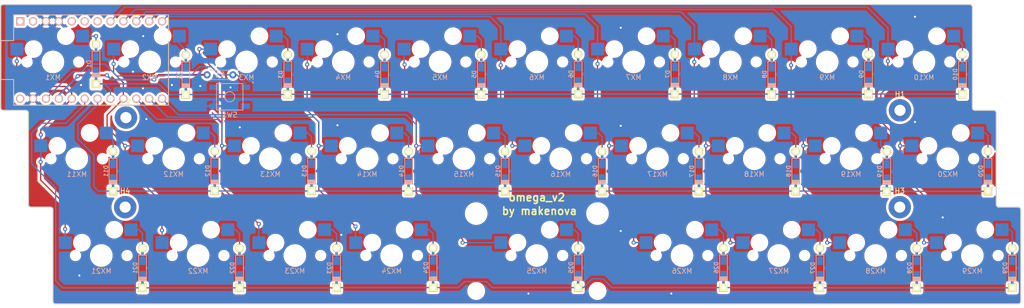
<source format=kicad_pcb>
(kicad_pcb (version 20221018) (generator pcbnew)
  (layers (0 "F.Cu" signal) (31 "B.Cu" signal) (34 "B.Paste" user) (35 "F.Paste" user) (36 "B.SilkS" user "B.Silkscreen") (37 "F.SilkS" user "F.Silkscreen") (38 "B.Mask" user) (39 "F.Mask" user) (44 "Edge.Cuts" user))
  (net 0 "")
  (net 1 "GND")
  (net 2 "+5V")
  (net 3 "Net-(D1-Pad2)")
  (net 4 "ROW0")
  (net 5 "Net-(D2-Pad2)")
  (net 6 "Net-(D3-Pad2)")
  (net 7 "Net-(D4-Pad2)")
  (net 8 "Net-(D5-Pad2)")
  (net 9 "Net-(D6-Pad2)")
  (net 10 "Net-(D7-Pad2)")
  (net 11 "Net-(D8-Pad2)")
  (net 12 "Net-(D9-Pad2)")
  (net 13 "Net-(D10-Pad2)")
  (net 14 "Net-(D11-Pad2)")
  (net 15 "ROW1")
  (net 16 "Net-(D12-Pad2)")
  (net 17 "Net-(D13-Pad2)")
  (net 18 "Net-(D14-Pad2)")
  (net 19 "Net-(D15-Pad2)")
  (net 20 "Net-(D16-Pad2)")
  (net 21 "Net-(D17-Pad2)")
  (net 22 "Net-(D18-Pad2)")
  (net 23 "Net-(D19-Pad2)")
  (net 24 "Net-(D20-Pad2)")
  (net 25 "Net-(D21-Pad2)")
  (net 26 "ROW2")
  (net 27 "Net-(D22-Pad2)")
  (net 28 "Net-(D23-Pad2)")
  (net 29 "Net-(D24-Pad2)")
  (net 30 "Net-(D25-Pad2)")
  (net 31 "Net-(D26-Pad2)")
  (net 32 "Net-(D27-Pad2)")
  (net 33 "Net-(D28-Pad2)")
  (net 34 "Net-(D29-Pad2)")
  (net 35 "COL0")
  (net 36 "COL1")
  (net 37 "COL2")
  (net 38 "COL3")
  (net 39 "COL4")
  (net 40 "COL5")
  (net 41 "COL6")
  (net 42 "COL7")
  (net 43 "COL8")
  (net 44 "COL9")
  (net 45 "Net-(R1-Pad2)")
  (net 46 "Net-(U1-Pad24)")
  (net 47 "Net-(U1-Pad6)")
  (net 48 "Net-(U1-Pad5)")
  (net 49 "Net-(U1-Pad2)")
  (net 50 "Net-(U1-Pad1)")
  (net 51 "Net-(U1-Pad7)")
  (footprint "Keebio-Parts:Diode-Hybrid-Back" (layer "F.Cu") (at 74.0156 51.3588 -90)
    (fp_text reference "D1")
    (fp_text value "D_Small" hide)
  )
  (footprint "Keebio-Parts:Diode-Hybrid-Back" (layer "F.Cu") (at 187.96 53.34 -90)
    (fp_text reference "D7")
    (fp_text value "D_Small" hide)
  )
  (footprint "Keebio-Parts:Diode-Hybrid-Back" (layer "F.Cu") (at 207.01 53.3908 -90)
    (fp_text reference "D8")
    (fp_text value "D_Small" hide)
  )
  (footprint "Keebio-Parts:Diode-Hybrid-Back" (layer "F.Cu") (at 226.06 53.34 -90)
    (fp_text reference "D9")
    (fp_text value "D_Small" hide)
  )
  (footprint "Keebio-Parts:Diode-Hybrid-Back" (layer "F.Cu") (at 97.3836 72.39 -90)
    (fp_text reference "D12")
    (fp_text value "D_Small" hide)
  )
  (footprint "Keebio-Parts:Diode-Hybrid-Back" (layer "F.Cu") (at 116.4336 72.39 -90)
    (fp_text reference "D13")
    (fp_text value "D_Small" hide)
  )
  (footprint "Keebio-Parts:Diode-Hybrid-Back" (layer "F.Cu") (at 135.5344 72.4408 -90)
    (fp_text reference "D14")
    (fp_text value "D_Small" hide)
  )
  (footprint "Keebio-Parts:Diode-Hybrid-Back" (layer "F.Cu") (at 154.5336 72.4408 -90)
    (fp_text reference "D15")
    (fp_text value "D_Small" hide)
  )
  (footprint "Keebio-Parts:Diode-Hybrid-Back" (layer "F.Cu") (at 173.6344 72.4408 -90)
    (fp_text reference "D16")
    (fp_text value "D_Small" hide)
  )
  (footprint "Keebio-Parts:Diode-Hybrid-Back" (layer "F.Cu") (at 192.6844 72.4408 -90)
    (fp_text reference "D17")
    (fp_text value "D_Small" hide)
  )
  (footprint "Keebio-Parts:Diode-Hybrid-Back" (layer "F.Cu") (at 211.7344 72.4408 -90)
    (fp_text reference "D18")
    (fp_text value "D_Small" hide)
  )
  (footprint "Keebio-Parts:Diode-Hybrid-Back" (layer "F.Cu") (at 229.6668 72.4916 -90)
    (fp_text reference "D19")
    (fp_text value "D_Small" hide)
  )
  (footprint "Keebio-Parts:Diode-Hybrid-Back" (layer "F.Cu") (at 249.5804 72.4408 -90)
    (fp_text reference "D20")
    (fp_text value "D_Small" hide)
  )
  (footprint "Keebio-Parts:Diode-Hybrid-Back" (layer "F.Cu") (at 83.1596 91.4908 -90)
    (fp_text reference "D21")
    (fp_text value "D_Small" hide)
  )
  (footprint "Keebio-Parts:Diode-Hybrid-Back" (layer "F.Cu") (at 102.2604 91.4908 -90)
    (fp_text reference "D22")
    (fp_text value "D_Small" hide)
  )
  (footprint "Keebio-Parts:Diode-Hybrid-Back" (layer "F.Cu") (at 121.3612 91.4908 -90)
    (fp_text reference "D23")
    (fp_text value "D_Small" hide)
  )
  (footprint "Keebio-Parts:Diode-Hybrid-Back" (layer "F.Cu") (at 168.91 91.44 -90)
    (fp_text reference "D25")
    (fp_text value "D_Small" hide)
  )
  (footprint "Keebio-Parts:Diode-Hybrid-Back" (layer "F.Cu") (at 197.5104 91.44 -90)
    (fp_text reference "D26")
    (fp_text value "D_Small" hide)
  )
  (footprint "Keebio-Parts:Diode-Hybrid-Back" (layer "F.Cu") (at 216.5096 91.4908 -90)
    (fp_text reference "D27")
    (fp_text value "D_Small" hide)
  )
  (footprint "Keebio-Parts:Diode-Hybrid-Back" (layer "F.Cu") (at 235.5596 91.4908 -90)
    (fp_text reference "D28")
    (fp_text value "D_Small" hide)
  )
  (footprint "Keebio-Parts:Diode-Hybrid-Back" (layer "F.Cu") (at 254.3556 91.4908 -90)
    (fp_text reference "D29")
    (fp_text value "D_Small" hide)
  )
  (footprint "MX_Only:MXOnly-1U-Hotswap" (layer "F.Cu") (at 65.532 50.927)
    (fp_text reference "MX1")
    (fp_text value "MX-NoLED")
  )
  (footprint "MX_Only:MXOnly-1U-Hotswap" (layer "F.Cu") (at 84.582 50.927)
    (fp_text reference "MX2")
    (fp_text value "MX-NoLED")
  )
  (footprint "MX_Only:MXOnly-1U-Hotswap" (layer "F.Cu") (at 122.682 50.927)
    (fp_text reference "MX4")
    (fp_text value "MX-NoLED")
  )
  (footprint "MX_Only:MXOnly-1U-Hotswap" (layer "F.Cu") (at 141.732 50.927)
    (fp_text reference "MX5")
    (fp_text value "MX-NoLED")
  )
  (footprint "MX_Only:MXOnly-1U-Hotswap" (layer "F.Cu") (at 160.782 50.927)
    (fp_text reference "MX6")
    (fp_text value "MX-NoLED")
  )
  (footprint "MX_Only:MXOnly-1U-Hotswap" (layer "F.Cu") (at 179.832 50.927)
    (fp_text reference "MX7")
    (fp_text value "MX-NoLED")
  )
  (footprint "MX_Only:MXOnly-1U-Hotswap" (layer "F.Cu") (at 198.882 50.927)
    (fp_text reference "MX8")
    (fp_text value "MX-NoLED")
  )
  (footprint "MX_Only:MXOnly-1U-Hotswap" (layer "F.Cu") (at 217.932 50.927)
    (fp_text reference "MX9")
    (fp_text value "MX-NoLED")
  )
  (footprint "MX_Only:MXOnly-1U-Hotswap" (layer "F.Cu") (at 236.982 50.927)
    (fp_text reference "MX10")
    (fp_text value "MX-NoLED")
  )
  (footprint "MX_Only:MXOnly-1U-Hotswap" (layer "F.Cu") (at 70.231 69.977)
    (fp_text reference "MX11")
    (fp_text value "MX-NoLED")
  )
  (footprint "MX_Only:MXOnly-1U-Hotswap" (layer "F.Cu") (at 89.281 69.977)
    (fp_text reference "MX12")
    (fp_text value "MX-NoLED")
  )
  (footprint "MX_Only:MXOnly-1U-Hotswap" (layer "F.Cu") (at 108.331 69.977)
    (fp_text reference "MX13")
    (fp_text value "MX-NoLED")
  )
  (footprint "MX_Only:MXOnly-1U-Hotswap" (layer "F.Cu") (at 127.381 69.977)
    (fp_text reference "MX14")
    (fp_text value "MX-NoLED")
  )
  (footprint "MX_Only:MXOnly-1U-Hotswap" (layer "F.Cu") (at 146.431 69.977)
    (fp_text reference "MX15")
    (fp_text value "MX-NoLED")
  )
  (footprint "MX_Only:MXOnly-1U-Hotswap" (layer "F.Cu") (at 165.481 69.977)
    (fp_text reference "MX16")
    (fp_text value "MX-NoLED")
  )
  (footprint "MX_Only:MXOnly-1U-Hotswap" (layer "F.Cu") (at 184.531 69.977)
    (fp_text reference "MX17")
    (fp_text value "MX-NoLED")
  )
  (footprint "MX_Only:MXOnly-1U-Hotswap" (layer "F.Cu") (at 203.581 69.977)
    (fp_text reference "MX18")
    (fp_text value "MX-NoLED")
  )
  (footprint "MX_Only:MXOnly-1U-Hotswap" (layer "F.Cu") (at 222.631 69.977)
    (fp_text reference "MX19")
    (fp_text value "MX-NoLED")
  )
  (footprint "MX_Only:MXOnly-1U-Hotswap" (layer "F.Cu") (at 241.681 69.977)
    (fp_text reference "MX20")
    (fp_text value "MX-NoLED")
  )
  (footprint "MX_Only:MXOnly-1U-Hotswap" (layer "F.Cu") (at 75.057 89.027)
    (fp_text reference "MX21")
    (fp_text value "MX-NoLED")
  )
  (footprint "MX_Only:MXOnly-1U-Hotswap" (layer "F.Cu") (at 94.107 89.027)
    (fp_text reference "MX22")
    (fp_text value "MX-NoLED")
  )
  (footprint "MX_Only:MXOnly-1U-Hotswap" (layer "F.Cu") (at 113.157 89.027)
    (fp_text reference "MX23")
    (fp_text value "MX-NoLED")
  )
  (footprint "MX_Only:MXOnly-1U-Hotswap" (layer "F.Cu") (at 132.207 89.027)
    (fp_text reference "MX24")
    (fp_text value "MX-NoLED")
  )
  (footprint "MX_Only:MXOnly-2U-Hotswap-ReversedStabilizers" (layer "F.Cu") (at 160.782 89.027)
    (fp_text reference "MX25")
    (fp_text value "MX-NoLED")
  )
  (footprint "MX_Only:MXOnly-1U-Hotswap" (layer "F.Cu") (at 189.357 89.027)
    (fp_text reference "MX26")
    (fp_text value "MX-NoLED")
  )
  (footprint "MX_Only:MXOnly-1U-Hotswap" (layer "F.Cu") (at 208.407 89.027)
    (fp_text reference "MX27")
    (fp_text value "MX-NoLED")
  )
  (footprint "MX_Only:MXOnly-1U-Hotswap" (layer "F.Cu") (at 227.457 89.027)
    (fp_text reference "MX28")
    (fp_text value "MX-NoLED")
  )
  (footprint "MX_Only:MXOnly-1U-Hotswap" (layer "F.Cu") (at 246.507 89.027)
    (fp_text reference "MX29")
    (fp_text value "MX-NoLED")
  )
  (footprint "Keebio-Parts:Diode-Hybrid-Back" (layer "F.Cu") (at 140.3604 91.44 -90)
    (fp_text reference "D24")
    (fp_text value "D_Small" hide)
  )
  (footprint "Keebio-Parts:Diode-Hybrid-Back" (layer "F.Cu") (at 244.5512 53.3908 -90)
    (fp_text reference "D10")
    (fp_text value "D_Small" hide)
  )
  (footprint "Keebio-Parts:Diode-Hybrid-Back" (layer "F.Cu") (at 168.91 53.34 -90)
    (fp_text reference "D6")
    (fp_text value "D_Small" hide)
  )
  (footprint "Keebio-Parts:Diode-Hybrid-Back" (layer "F.Cu") (at 149.86 53.3908 -90)
    (fp_text reference "D5")
    (fp_text value "D_Small" hide)
  )
  (footprint "Keebio-Parts:Diode-Hybrid-Back" (layer "F.Cu") (at 130.81 53.3908 -90)
    (fp_text reference "D4")
    (fp_text value "D_Small" hide)
  )
  (footprint "Keebio-Parts:Diode-Hybrid-Back" (layer "F.Cu") (at 111.76 53.3908 -90)
    (fp_text reference "D3")
    (fp_text value "D_Small" hide)
  )
  (footprint "Keebio-Parts:Diode-Hybrid-Back" (layer "F.Cu") (at 91.694 53.4416 -90)
    (fp_text reference "D2")
    (fp_text value "D_Small" hide)
  )
  (footprint "MX_Only:MXOnly-1U-Hotswap" (layer "F.Cu") (at 103.632 50.927)
    (fp_text reference "MX3")
    (fp_text value "MX-NoLED")
  )
  (footprint "MountingHole:MountingHole_2.2mm_M2_Pad" (layer "F.Cu") (at 232.2576 60.452)
    (fp_text reference "H1")
    (fp_text value "MountingHole")
  )
  (footprint "MountingHole:MountingHole_2.2mm_M2_Pad" (layer "F.Cu") (at 79.9084 61.8744)
    (fp_text reference "H2")
    (fp_text value "MountingHole")
  )
  (footprint "MountingHole:MountingHole_2.2mm_M2_Pad" (layer "F.Cu") (at 232.2068 79.502)
    (fp_text reference "H3")
    (fp_text value "MountingHole")
  )
  (footprint "MountingHole:MountingHole_2.2mm_M2_Pad" (layer "F.Cu") (at 79.756 79.502)
    (fp_text reference "H4")
    (fp_text value "MountingHole")
  )
  (footprint "Keebio-Parts:Diode-Hybrid-Back" (layer "F.Cu") (at 77.3684 72.4408 -90)
    (fp_text reference "D11")
    (fp_text value "D_Small" hide)
  )
  (footprint "Resistor_THT:R_Axial_DIN0204_L3.6mm_D1.6mm_P5.08mm_Horizontal" (layer "B.Cu") (at 95.885 53.467)
    (fp_text reference "R1")
    (fp_text value "10k")
  )
  (footprint "random-keyboard-parts:SKQG-1155865" (layer "B.Cu") (at 100.33 57.785)
    (fp_text reference "SW1")
    (fp_text value "SW_Push")
  )
  (footprint "promicro:ProMicro" (layer "B.Cu") (at 73.0504 50.546)
    (fp_text reference "U1" hide)
    (fp_text value "ProMicro")
  )
  (gr_circle (center 104.902 54.991) (end 105.029 54.991) (stroke (width 0.12)) (fill none) (layer "B.SilkS"))
  (gr_arc (start 247.015 60.452) (mid 246.65579 60.30321) (end 246.507 59.944) (stroke (width 0.2)) (layer "Edge.Cuts"))
  (gr_arc (start 250.698 60.452) (mid 251.05721 60.60079) (end 251.206 60.96) (stroke (width 0.2)) (layer "Edge.Cuts"))
  (gr_arc (start 255.524 79.502) (mid 255.88321 79.65079) (end 256.032 80.01) (stroke (width 0.2)) (layer "Edge.Cuts"))
  (gr_arc (start 256.032 98.044) (mid 255.88321 98.40321) (end 255.524 98.552) (stroke (width 0.2)) (layer "Edge.Cuts"))
  (gr_arc (start 66.04 98.552) (mid 65.68079 98.40321) (end 65.532 98.044) (stroke (width 0.2)) (layer "Edge.Cuts"))
  (gr_arc (start 65.024 79.502) (mid 65.38321 79.65079) (end 65.532 80.01) (stroke (width 0.2)) (layer "Edge.Cuts"))
  (gr_arc (start 61.214 79.502) (mid 60.85479 79.35321) (end 60.706 78.994) (stroke (width 0.2)) (layer "Edge.Cuts"))
  (gr_arc (start 60.198 60.452) (mid 60.55721 60.60079) (end 60.706 60.96) (stroke (width 0.2)) (layer "Edge.Cuts"))
  (gr_arc (start 55.753 60.452) (mid 55.39379 60.30321) (end 55.245 59.944) (stroke (width 0.2)) (layer "Edge.Cuts"))
  (gr_arc (start 55.245 40.132) (mid 55.39379 39.77279) (end 55.753 39.624) (stroke (width 0.2)) (layer "Edge.Cuts"))
  (gr_line (start 246.507 59.944) (end 246.507 40.132) (stroke (width 0.2)) (layer "Edge.Cuts"))
  (gr_line (start 55.753 39.624) (end 245.999 39.624) (stroke (width 0.2)) (layer "Edge.Cuts"))
  (gr_arc (start 251.714 79.502) (mid 251.35479 79.35321) (end 251.206 78.994) (stroke (width 0.2)) (layer "Edge.Cuts"))
  (gr_arc (start 245.999 39.624) (mid 246.35821 39.77279) (end 246.507 40.132) (stroke (width 0.2)) (layer "Edge.Cuts"))
  (gr_line (start 66.04 98.552) (end 255.524 98.552) (stroke (width 0.2)) (layer "Edge.Cuts"))
  (gr_line (start 65.532 80.01) (end 65.532 98.044) (stroke (width 0.2)) (layer "Edge.Cuts"))
  (gr_line (start 61.214 79.502) (end 65.024 79.502) (stroke (width 0.2)) (layer "Edge.Cuts"))
  (gr_line (start 256.032 80.01) (end 256.032 98.044) (stroke (width 0.2)) (layer "Edge.Cuts"))
  (gr_line (start 60.706 60.96) (end 60.706 78.994) (stroke (width 0.2)) (layer "Edge.Cuts"))
  (gr_line (start 55.245 40.132) (end 55.245 59.944) (stroke (width 0.2)) (layer "Edge.Cuts"))
  (gr_line (start 251.206 78.994) (end 251.206 60.96) (stroke (width 0.2)) (layer "Edge.Cuts"))
  (gr_line (start 250.698 60.452) (end 247.015 60.452) (stroke (width 0.2)) (layer "Edge.Cuts"))
  (gr_line (start 255.524 79.502) (end 251.714 79.502) (stroke (width 0.2)) (layer "Edge.Cuts"))
  (gr_line (start 55.753 60.452) (end 60.198 60.452) (stroke (width 0.2)) (layer "Edge.Cuts"))
  (gr_text "by makenova" (at 161.29 80.264) (layer "F.SilkS") (effects (font (size 1.5 1.5) (thickness 0.3))))
  (gr_text "omega_v2" (at 160.782 77.597) (layer "F.SilkS") (effects (font (size 1.5 1.5) (thickness 0.3))))
  (via (at 81.28 52.832) (size 0.8) (drill 0.4) (layers "F.Cu" "B.Cu") (net 1))
  (via (at 94.5388 55.6768) (size 0.8) (drill 0.4) (layers "F.Cu" "B.Cu") (net 1))
  (via (at 83.2612 56.134) (size 0.8) (drill 0.4) (layers "F.Cu" "B.Cu") (net 1))
  (via (at 102.3112 63.8048) (size 0.8) (drill 0.4) (layers "F.Cu" "B.Cu") (net 1))
  (via (at 235.204 42.037) (size 0.8) (drill 0.4) (layers "F.Cu" "B.Cu") (net 1))
  (via (at 177.292 44.196) (size 0.8) (drill 0.4) (layers "F.Cu" "B.Cu") (net 1))
  (via (at 122.301 84.963) (size 0.8) (drill 0.4) (layers "F.Cu" "B.Cu") (net 1))
  (via (at 83.312 45.847) (size 0.8) (drill 0.4) (layers "F.Cu" "B.Cu") (net 1))
  (via (at 100.4824 55.9308) (size 0.8) (drill 0.4) (layers "F.Cu" "B.Cu") (net 1))
  (via (at 70.739 92.964) (size 0.8) (drill 0.4) (layers "F.Cu" "B.Cu") (net 1))
  (via (at 187.2488 96.52) (size 0.8) (drill 0.4) (layers "F.Cu" "B.Cu") (net 1))
  (via (at 240.665 81.534) (size 0.8) (drill 0.4) (layers "F.Cu" "B.Cu") (net 1))
  (via (at 177.292 63.5) (size 0.8) (drill 0.4) (layers "F.Cu" "B.Cu") (net 1))
  (via (at 121.539 45.466) (size 0.8) (drill 0.4) (layers "F.Cu" "B.Cu") (net 1))
  (via (at 235.204 62.738) (size 0.8) (drill 0.4) (layers "F.Cu" "B.Cu") (net 1))
  (via (at 121.539 63.373) (size 0.8) (drill 0.4) (layers "F.Cu" "B.Cu") (net 1))
  (via (at 83.9216 62.1792) (size 0.8) (drill 0.4) (layers "F.Cu" "B.Cu") (net 1))
  (via (at 159.131 96.52) (size 0.8) (drill 0.4) (layers "F.Cu" "B.Cu") (net 1))
  (via (at 71.0692 55.4736) (size 0.8) (drill 0.4) (layers "F.Cu" "B.Cu") (net 1))
  (via (at 177.292 84.201) (size 0.8) (drill 0.4) (layers "F.Cu" "B.Cu") (net 1))
  (via (at 88.9508 55.4736) (size 0.8) (drill 0.4) (layers "F.Cu" "B.Cu") (net 1))
  (segment (start 76.1746 53.559) (end 70.5962 53.559) (width 0.381) (layer "F.Cu") (net 2))
  (segment (start 86.3854 53.467) (end 85.4456 54.4068) (width 0.381) (layer "F.Cu") (net 2))
  (segment (start 95.885 53.467) (end 86.3854 53.467) (width 0.381) (layer "F.Cu") (net 2))
  (segment (start 70.5962 53.559) (end 70.4088 53.7464) (width 0.381) (layer "F.Cu") (net 2))
  (via (at 85.4456 54.4068) (size 0.8) (drill 0.4) (layers "F.Cu" "B.Cu") (net 2))
  (via (at 76.1746 53.559) (size 0.8) (drill 0.4) (layers "F.Cu" "B.Cu") (net 2))
  (via (at 70.4088 53.7464) (size 0.8) (drill 0.4) (layers "F.Cu" "B.Cu") (net 2))
  (segment (start 66.7004 57.4548) (end 66.7004 58.166) (width 0.381) (layer "B.Cu") (net 2))
  (segment (start 70.4088 53.7464) (end 66.7004 57.4548) (width 0.381) (layer "B.Cu") (net 2))
  (segment (start 77.0224 54.4068) (end 76.1746 53.559) (width 0.381) (layer "B.Cu") (net 2))
  (segment (start 85.4456 54.4068) (end 77.0224 54.4068) (width 0.381) (layer "B.Cu") (net 2))
  (via (at 74.0156 45.847) (size 0.8) (drill 0.4) (layers "F.Cu" "B.Cu") (net 3))
  (segment (start 71.374 45.847) (end 74.0156 45.847) (width 0.254) (layer "B.Cu") (net 3))
  (segment (start 74.0156 45.847) (end 74.0156 47.4588) (width 0.254) (layer "B.Cu") (net 3))
  (segment (start 130.81 57.2908) (end 149.86 57.2908) (width 0.254) (layer "B.Cu") (net 4))
  (segment (start 85.98 55.244) (end 74.51 55.244) (width 0.25) (layer "B.Cu") (net 4))
  (segment (start 88.4566 57.3416) (end 87.3633 56.2483) (width 0.254) (layer "B.Cu") (net 4))
  (segment (start 91.694 57.3416) (end 88.4566 57.3416) (width 0.254) (layer "B.Cu") (net 4))
  (segment (start 111.7092 57.3416) (end 111.76 57.2908) (width 0.254) (layer "B.Cu") (net 4))
  (segment (start 91.694 57.3416) (end 111.7092 57.3416) (width 0.254) (layer "B.Cu") (net 4))
  (segment (start 75.7174 55.245) (end 76.8604 56.388) (width 0.254) (layer "B.Cu") (net 4))
  (segment (start 76.8604 56.388) (end 76.8604 58.166) (width 0.254) (layer "B.Cu") (net 4))
  (segment (start 87.3633 56.2483) (end 86.359 55.244) (width 0.25) (layer "B.Cu") (net 4))
  (segment (start 168.91 57.24) (end 187.96 57.24) (width 0.254) (layer "B.Cu") (net 4))
  (segment (start 206.9592 57.24) (end 207.01 57.2908) (width 0.254) (layer "B.Cu") (net 4))
  (segment (start 187.96 57.24) (end 206.9592 57.24) (width 0.254) (layer "B.Cu") (net 4))
  (segment (start 207.01 57.2908) (end 226.0092 57.2908) (width 0.254) (layer "B.Cu") (net 4))
  (segment (start 226.0092 57.2908) (end 226.06 57.24) (width 0.254) (layer "B.Cu") (net 4))
  (segment (start 86.359 55.244) (end 85.98 55.244) (width 0.25) (layer "B.Cu") (net 4))
  (segment (start 73.66 55.245) (end 75.7174 55.245) (width 0.254) (layer "B.Cu") (net 4))
  (segment (start 168.8592 57.2908) (end 168.91 57.24) (width 0.254) (layer "B.Cu") (net 4))
  (segment (start 244.5004 57.24) (end 244.5512 57.2908) (width 0.254) (layer "B.Cu") (net 4))
  (segment (start 74.51 55.244) (end 73.66 55.244) (width 0.25) (layer "B.Cu") (net 4))
  (segment (start 88.392 57.277) (end 87.3633 56.2483) (width 0.25) (layer "B.Cu") (net 4))
  (segment (start 111.76 57.2908) (end 130.81 57.2908) (width 0.254) (layer "B.Cu") (net 4))
  (segment (start 149.86 57.2908) (end 168.8592 57.2908) (width 0.254) (layer "B.Cu") (net 4))
  (segment (start 226.06 57.24) (end 244.5004 57.24) (width 0.254) (layer "B.Cu") (net 4))
  (segment (start 91.694 49.5416) (end 91.694 48.6664) (width 0.254) (layer "B.Cu") (net 5))
  (segment (start 91.694 48.621) (end 91.694 48.6664) (width 0.254) (layer "B.Cu") (net 5))
  (segment (start 90.424 47.351) (end 91.694 48.621) (width 0.254) (layer "B.Cu") (net 5))
  (segment (start 90.424 45.847) (end 90.424 47.351) (width 0.254) (layer "B.Cu") (net 5))
  (segment (start 111.003 45.847) (end 111.76 46.604) (width 0.254) (layer "B.Cu") (net 6))
  (segment (start 109.474 45.847) (end 111.003 45.847) (width 0.254) (layer "B.Cu") (net 6))
  (segment (start 111.76 48.35943) (end 111.76 49.4908) (width 0.254) (layer "B.Cu") (net 6))
  (segment (start 111.76 46.604) (end 111.76 48.35943) (width 0.254) (layer "B.Cu") (net 6))
  (segment (start 128.524 45.847) (end 130.053 45.847) (width 0.254) (layer "B.Cu") (net 7))
  (segment (start 130.81 46.604) (end 130.81 48.35943) (width 0.254) (layer "B.Cu") (net 7))
  (segment (start 130.053 45.847) (end 130.81 46.604) (width 0.254) (layer "B.Cu") (net 7))
  (segment (start 130.81 48.35943) (end 130.81 49.4908) (width 0.254) (layer "B.Cu") (net 7))
  (segment (start 147.574 45.847) (end 149.103 45.847) (width 0.254) (layer "B.Cu") (net 8))
  (segment (start 149.86 46.604) (end 149.86 48.35943) (width 0.254) (layer "B.Cu") (net 8))
  (segment (start 149.86 48.35943) (end 149.86 49.4908) (width 0.254) (layer "B.Cu") (net 8))
  (segment (start 149.103 45.847) (end 149.86 46.604) (width 0.254) (layer "B.Cu") (net 8))
  (segment (start 168.153 45.847) (end 168.91 46.604) (width 0.254) (layer "B.Cu") (net 9))
  (segment (start 168.91 46.604) (end 168.91 48.30863) (width 0.254) (layer "B.Cu") (net 9))
  (segment (start 166.624 45.847) (end 168.153 45.847) (width 0.254) (layer "B.Cu") (net 9))
  (segment (start 168.91 48.30863) (end 168.91 49.44) (width 0.254) (layer "B.Cu") (net 9))
  (segment (start 187.203 45.847) (end 187.96 46.604) (width 0.254) (layer "B.Cu") (net 10))
  (segment (start 187.96 48.30863) (end 187.96 49.44) (width 0.254) (layer "B.Cu") (net 10))
  (segment (start 187.96 46.604) (end 187.96 48.30863) (width 0.254) (layer "B.Cu") (net 10))
  (segment (start 185.674 45.847) (end 187.203 45.847) (width 0.254) (layer "B.Cu") (net 10))
  (segment (start 207.01 46.604) (end 207.01 48.35943) (width 0.254) (layer "B.Cu") (net 11))
  (segment (start 206.253 45.847) (end 207.01 46.604) (width 0.254) (layer "B.Cu") (net 11))
  (segment (start 204.724 45.847) (end 206.253 45.847) (width 0.254) (layer "B.Cu") (net 11))
  (segment (start 207.01 48.35943) (end 207.01 49.4908) (width 0.254) (layer "B.Cu") (net 11))
  (segment (start 225.303 45.847) (end 226.06 46.604) (width 0.254) (layer "B.Cu") (net 12))
  (segment (start 226.06 48.30863) (end 226.06 49.44) (width 0.254) (layer "B.Cu") (net 12))
  (segment (start 223.774 45.847) (end 225.303 45.847) (width 0.254) (layer "B.Cu") (net 12))
  (segment (start 226.06 46.604) (end 226.06 48.30863) (width 0.254) (layer "B.Cu") (net 12))
  (segment (start 244.5512 49.4908) (end 244.5512 47.5492) (width 0.254) (layer "B.Cu") (net 13))
  (segment (start 244.5512 47.5492) (end 242.849 45.847) (width 0.254) (layer "B.Cu") (net 13))
  (segment (start 242.849 45.847) (end 242.824 45.847) (width 0.254) (layer "B.Cu") (net 13))
  (segment (start 76.073 64.897) (end 76.098 64.897) (width 0.254) (layer "B.Cu") (net 14))
  (segment (start 77.3684 66.1674) (end 77.3684 67.40943) (width 0.254) (layer "B.Cu") (net 14))
  (segment (start 76.098 64.897) (end 77.3684 66.1674) (width 0.254) (layer "B.Cu") (net 14))
  (segment (start 77.3684 67.40943) (end 77.3684 68.5408) (width 0.254) (layer "B.Cu") (net 14))
  (segment (start 77.3684 76.3408) (end 83.222 76.3408) (width 0.254) (layer "B.Cu") (net 15))
  (segment (start 230.7336 76.3408) (end 230.7844 76.3916) (width 0.254) (layer "B.Cu") (net 15))
  (segment (start 152.146 76.327) (end 133.096 76.327) (width 0.25) (layer "B.Cu") (net 15))
  (segment (start 73.6092 75.4888) (end 74.4612 76.3408) (width 0.254) (layer "B.Cu") (net 15))
  (segment (start 83.222 76.3408) (end 83.2358 76.327) (width 0.254) (layer "B.Cu") (net 15))
  (segment (start 70.4596 63.15817) (end 70.4596 66.0908) (width 0.254) (layer "B.Cu") (net 15))
  (segment (start 192.6844 76.3408) (end 211.7344 76.3408) (width 0.254) (layer "B.Cu") (net 15))
  (segment (start 95.123 76.327) (end 114.173 76.327) (width 0.25) (layer "B.Cu") (net 15))
  (segment (start 154.5336 76.3408) (end 173.6344 76.3408) (width 0.254) (layer "B.Cu") (net 15))
  (segment (start 152.1598 76.3408) (end 154.5336 76.3408) (width 0.254) (layer "B.Cu") (net 15))
  (segment (start 114.173 76.327) (end 115.223 76.327) (width 0.25) (layer "B.Cu") (net 15))
  (segment (start 211.7344 76.3408) (end 230.7336 76.3408) (width 0.254) (layer "B.Cu") (net 15))
  (segment (start 152.146 76.327) (end 152.1598 76.3408) (width 0.254) (layer "B.Cu") (net 15))
  (segment (start 249.5296 76.3916) (end 249.5804 76.3408) (width 0.254) (layer "B.Cu") (net 15))
  (segment (start 74.3204 58.166) (end 74.3204 59.29737) (width 0.254) (layer "B.Cu") (net 15))
  (segment (start 74.3204 59.29737) (end 70.4596 63.15817) (width 0.254) (layer "B.Cu") (net 15))
  (segment (start 173.6344 76.3408) (end 174.6884 76.3408) (width 0.254) (layer "B.Cu") (net 15))
  (segment (start 70.4596 66.0908) (end 73.6092 69.2404) (width 0.254) (layer "B.Cu") (net 15))
  (segment (start 174.6884 76.3408) (end 192.6844 76.3408) (width 0.254) (layer "B.Cu") (net 15))
  (segment (start 230.7844 76.3916) (end 249.5296 76.3916) (width 0.254) (layer "B.Cu") (net 15))
  (segment (start 73.6092 69.2404) (end 73.6092 75.4888) (width 0.254) (layer "B.Cu") (net 15))
  (segment (start 83.2358 76.327) (end 95.123 76.327) (width 0.25) (layer "B.Cu") (net 15))
  (segment (start 115.223 76.327) (end 133.096 76.327) (width 0.25) (layer "B.Cu") (net 15))
  (segment (start 74.4612 76.3408) (end 77.3684 76.3408) (width 0.254) (layer "B.Cu") (net 15))
  (segment (start 95.123 64.897) (end 96.652 64.897) (width 0.254) (layer "B.Cu") (net 16))
  (segment (start 97.3836 65.6286) (end 97.3836 67.35863) (width 0.254) (layer "B.Cu") (net 16))
  (segment (start 96.652 64.897) (end 97.3836 65.6286) (width 0.254) (layer "B.Cu") (net 16))
  (segment (start 97.3836 67.35863) (end 97.3836 68.49) (width 0.254) (layer "B.Cu") (net 16))
  (segment (start 114.173 64.897) (end 115.702 64.897) (width 0.254) (layer "B.Cu") (net 17))
  (segment (start 115.702 64.897) (end 116.4336 65.6286) (width 0.254) (layer "B.Cu") (net 17))
  (segment (start 116.4336 67.35863) (end 116.4336 68.49) (width 0.254) (layer "B.Cu") (net 17))
  (segment (start 116.4336 65.6286) (end 116.4336 67.35863) (width 0.254) (layer "B.Cu") (net 17))
  (segment (start 133.223 64.897) (end 134.752 64.897) (width 0.254) (layer "B.Cu") (net 18))
  (segment (start 135.5344 65.6794) (end 135.5344 67.40943) (width 0.254) (layer "B.Cu") (net 18))
  (segment (start 134.752 64.897) (end 135.5344 65.6794) (width 0.254) (layer "B.Cu") (net 18))
  (segment (start 135.5344 67.40943) (end 135.5344 68.5408) (width 0.254) (layer "B.Cu") (net 18))
  (segment (start 154.5336 65.6286) (end 154.5336 67.40943) (width 0.254) (layer "B.Cu") (net 19))
  (segment (start 154.5336 67.40943) (end 154.5336 68.5408) (width 0.254) (layer "B.Cu") (net 19))
  (segment (start 153.802 64.897) (end 154.5336 65.6286) (width 0.254) (layer "B.Cu") (net 19))
  (segment (start 152.273 64.897) (end 153.802 64.897) (width 0.254) (layer "B.Cu") (net 19))
  (segment (start 173.6344 67.40943) (end 173.6344 68.5408) (width 0.254) (layer "B.Cu") (net 20))
  (segment (start 171.323 64.897) (end 172.852 64.897) (width 0.254) (layer "B.Cu") (net 20))
  (segment (start 173.6344 65.6794) (end 173.6344 67.40943) (width 0.254) (layer "B.Cu") (net 20))
  (segment (start 172.852 64.897) (end 173.6344 65.6794) (width 0.254) (layer "B.Cu") (net 20))
  (segment (start 192.6844 65.6794) (end 192.6844 67.40943) (width 0.254) (layer "B.Cu") (net 21))
  (segment (start 190.373 64.897) (end 191.902 64.897) (width 0.254) (layer "B.Cu") (net 21))
  (segment (start 192.6844 67.40943) (end 192.6844 68.5408) (width 0.254) (layer "B.Cu") (net 21))
  (segment (start 191.902 64.897) (end 192.6844 65.6794) (width 0.254) (layer "B.Cu") (net 21))
  (segment (start 211.7344 67.40943) (end 211.7344 68.5408) (width 0.254) (layer "B.Cu") (net 22))
  (segment (start 211.7344 65.6794) (end 211.7344 67.40943) (width 0.254) (layer "B.Cu") (net 22))
  (segment (start 209.423 64.897) (end 210.952 64.897) (width 0.254) (layer "B.Cu") (net 22))
  (segment (start 210.952 64.897) (end 211.7344 65.6794) (width 0.254) (layer "B.Cu") (net 22))
  (segment (start 228.473 64.897) (end 228.473 67.3978) (width 0.254) (layer "B.Cu") (net 23))
  (segment (start 228.473 67.3978) (end 229.6668 68.5916) (width 0.254) (layer "B.Cu") (net 23))
  (segment (start 247.523 64.897) (end 249.052 64.897) (width 0.254) (layer "B.Cu") (net 24))
  (segment (start 249.052 64.897) (end 249.5804 65.4254) (width 0.254) (layer "B.Cu") (net 24))
  (segment (start 249.5804 65.4254) (end 249.5804 67.40943) (width 0.254) (layer "B.Cu") (net 24))
  (segment (start 249.5804 67.40943) (end 249.5804 68.5408) (width 0.254) (layer "B.Cu") (net 24))
  (segment (start 80.899 83.947) (end 82.428 83.947) (width 0.254) (layer "B.Cu") (net 25))
  (segment (start 83.1596 84.6786) (end 83.1596 86.45943) (width 0.254) (layer "B.Cu") (net 25))
  (segment (start 83.1596 86.45943) (end 83.1596 87.5908) (width 0.254) (layer "B.Cu") (net 25))
  (segment (start 82.428 83.947) (end 83.1596 84.6786) (width 0.254) (layer "B.Cu") (net 25))
  (segment (start 61.341 70.993) (end 66.0654 75.7174) (width 0.25) (layer "B.Cu") (net 26))
  (segment (start 71.7804 59.29737) (end 68.08577 62.992) (width 0.254) (layer "B.Cu") (net 26))
  (segment (start 168.91 95.34) (end 152.0328 95.34) (width 0.254) (layer "B.Cu") (net 26))
  (segment (start 175.5532 95.34) (end 176.7724 95.34) (width 0.254) (layer "B.Cu") (net 26))
  (segment (start 121.3612 95.3908) (end 102.2604 95.3908) (width 0.254) (layer "B.Cu") (net 26))
  (segment (start 171.6532 93.6244) (end 173.8376 93.6244) (width 0.254) (layer "B.Cu") (net 26))
  (segment (start 83.1596 95.3908) (end 67.4508 95.3908) (width 0.254) (layer "B.Cu") (net 26))
  (segment (start 234.5056 95.3908) (end 216.5096 95.3908) (width 0.254) (layer "B.Cu") (net 26))
  (segment (start 140.3604 95.34) (end 145.356798 95.34) (width 0.254) (layer "B.Cu") (net 26))
  (segment (start 68.08577 62.992) (end 66.8528 62.992) (width 0.254) (layer "B.Cu") (net 26))
  (segment (start 216.4588 95.34) (end 216.5096 95.3908) (width 0.254) (layer "B.Cu") (net 26))
  (segment (start 170.9552 94.3224) (end 171.6532 93.6244) (width 0.254) (layer "B.Cu") (net 26))
  (segment (start 71.7804 58.166) (end 71.7804 59.29737) (width 0.254) (layer "B.Cu") (net 26))
  (segment (start 173.8376 93.6244) (end 175.5532 95.34) (width 0.254) (layer "B.Cu") (net 26))
  (segment (start 61.341 64.897) (end 63.246 62.992) (width 0.25) (layer "B.Cu") (net 26))
  (segment (start 66.8528 62.992) (end 63.246 62.992) (width 0.25) (layer "B.Cu") (net 26))
  (segment (start 170.9552 94.3488) (end 170.9552 94.3224) (width 0.254) (layer "B.Cu") (net 26))
  (segment (start 67.4508 95.3908) (end 66.0654 94.0054) (width 0.254) (layer "B.Cu") (net 26))
  (segment (start 254.3556 95.3908) (end 235.5596 95.3908) (width 0.254) (layer "B.Cu") (net 26))
  (segment (start 170.9552 94.3488) (end 169.964 95.34) (width 0.254) (layer "B.Cu") (net 26))
  (segment (start 66.0654 94.0054) (end 66.0654 75.7174) (width 0.254) (layer "B.Cu") (net 26))
  (segment (start 121.412 95.34) (end 121.3612 95.3908) (width 0.254) (layer "B.Cu") (net 26))
  (segment (start 83.692 95.376) (end 83.438 95.376) (width 0.25) (layer "B.Cu") (net 26))
  (segment (start 61.341 64.897) (end 61.341 70.993) (width 0.25) (layer "B.Cu") (net 26))
  (segment (start 145.356798 95.34) (end 146.535799 94.160999) (width 0.254) (layer "B.Cu") (net 26))
  (segment (start 197.5104 95.34) (end 216.4588 95.34) (width 0.254) (layer "B.Cu") (net 26))
  (segment (start 235.5596 95.3908) (end 234.5056 95.3908) (width 0.254) (layer "B.Cu") (net 26))
  (segment (start 140.3604 95.34) (end 121.412 95.34) (width 0.254) (layer "B.Cu") (net 26))
  (segment (start 102.2604 95.3908) (end 83.1596 95.3908) (width 0.254) (layer "B.Cu") (net 26))
  (segment (start 150.853799 94.160999) (end 146.535799 94.160999) (width 0.254) (layer "B.Cu") (net 26))
  (segment (start 169.964 95.34) (end 168.91 95.34) (width 0.254) (layer "B.Cu") (net 26))
  (segment (start 197.5104 95.34) (end 176.7724 95.34) (width 0.254) (layer "B.Cu") (net 26))
  (segment (start 152.0328 95.34) (end 150.853799 94.160999) (width 0.254) (layer "B.Cu") (net 26))
  (segment (start 99.949 83.947) (end 101.478 83.947) (width 0.254) (layer "B.Cu") (net 27))
  (segment (start 102.2604 84.7294) (end 102.2604 86.45943) (width 0.254) (layer "B.Cu") (net 27))
  (segment (start 102.2604 86.45943) (end 102.2604 87.5908) (width 0.254) (layer "B.Cu") (net 27))
  (segment (start 101.478 83.947) (end 102.2604 84.7294) (width 0.254) (layer "B.Cu") (net 27))
  (segment (start 121.3612 86.45943) (end 121.3612 87.5908) (width 0.254) (layer "B.Cu") (net 28))
  (segment (start 121.3612 84.7802) (end 121.3612 86.45943) (width 0.254) (layer "B.Cu") (net 28))
  (segment (start 120.528 83.947) (end 121.3612 84.7802) (width 0.254) (layer "B.Cu") (net 28))
  (segment (start 118.999 83.947) (end 120.528 83.947) (width 0.254) (layer "B.Cu") (net 28))
  (segment (start 140.3604 84.7294) (end 140.3604 86.40863) (width 0.254) (layer "B.Cu") (net 29))
  (segment (start 140.3604 86.40863) (end 140.3604 87.54) (width 0.254) (layer "B.Cu") (net 29))
  (segment (start 139.578 83.947) (end 140.3604 84.7294) (width 0.254) (layer "B.Cu") (net 29))
  (segment (start 138.049 83.947) (end 139.578 83.947) (width 0.254) (layer "B.Cu") (net 29))
  (segment (start 168.153 83.947) (end 168.91 84.704) (width 0.254) (layer "B.Cu") (net 30))
  (segment (start 166.624 83.947) (end 168.153 83.947) (width 0.254) (layer "B.Cu") (net 30))
  (segment (start 168.91 84.704) (end 168.91 86.40863) (width 0.254) (layer "B.Cu") (net 30))
  (segment (start 168.91 86.40863) (end 168.91 87.54) (width 0.254) (layer "B.Cu") (net 30))
  (segment (start 196.728 83.947) (end 197.5104 84.7294) (width 0.254) (layer "B.Cu") (net 31))
  (segment (start 197.5104 84.7294) (end 197.5104 86.40863) (width 0.254) (layer "B.Cu") (net 31))
  (segment (start 197.5104 86.40863) (end 197.5104 87.54) (width 0.254) (layer "B.Cu") (net 31))
  (segment (start 195.199 83.947) (end 196.728 83.947) (width 0.254) (layer "B.Cu") (net 31))
  (segment (start 216.5096 86.45943) (end 216.5096 87.5908) (width 0.254) (layer "B.Cu") (net 32))
  (segment (start 216.5096 84.6786) (end 216.5096 86.45943) (width 0.254) (layer "B.Cu") (net 32))
  (segment (start 214.249 83.947) (end 215.778 83.947) (width 0.254) (layer "B.Cu") (net 32))
  (segment (start 215.778 83.947) (end 216.5096 84.6786) (width 0.254) (layer "B.Cu") (net 32))
  (segment (start 234.828 83.947) (end 235.5596 84.6786) (width 0.254) (layer "B.Cu") (net 33))
  (segment (start 233.299 83.947) (end 234.828 83.947) (width 0.254) (layer "B.Cu") (net 33))
  (segment (start 235.5596 84.6786) (end 235.5596 86.45943) (width 0.254) (layer "B.Cu") (net 33))
  (segment (start 235.5596 86.45943) (end 235.5596 87.5908) (width 0.254) (layer "B.Cu") (net 33))
  (segment (start 254.3556 86.45943) (end 254.3556 87.5908) (width 0.254) (layer "B.Cu") (net 34))
  (segment (start 254.3556 84.4246) (end 254.3556 86.45943) (width 0.254) (layer "B.Cu") (net 34))
  (segment (start 253.878 83.947) (end 254.3556 84.4246) (width 0.254) (layer "B.Cu") (net 34))
  (segment (start 252.349 83.947) (end 253.878 83.947) (width 0.254) (layer "B.Cu") (net 34))
  (segment (start 67.945 78.994) (end 67.945 83.82) (width 0.25) (layer "F.Cu") (net 35))
  (segment (start 63.146 64.2604) (end 69.2404 58.166) (width 0.254) (layer "F.Cu") (net 35))
  (segment (start 63.146 65.251) (end 63.146 64.2604) (width 0.254) (layer "F.Cu") (net 35))
  (segment (start 63.119 74.168) (end 67.945 78.994) (width 0.25) (layer "F.Cu") (net 35))
  (segment (start 63.119 71.177685) (end 63.119 74.168) (width 0.25) (layer "F.Cu") (net 35))
  (segment (start 69.2404 58.166) (end 69.2404 57.03463) (width 0.254) (layer "F.Cu") (net 35))
  (segment (start 63.119 70.612) (end 63.119 71.177685) (width 0.25) (layer "F.Cu") (net 35))
  (segment (start 60.706 55.753) (end 65.5574 55.753) (width 0.25) (layer "F.Cu") (net 35))
  (segment (start 58.42 50.8) (end 58.42 53.467) (width 0.25) (layer "F.Cu") (net 35))
  (segment (start 67.95877 55.753) (end 65.5574 55.753) (width 0.254) (layer "F.Cu") (net 35))
  (segment (start 69.2404 57.03463) (end 67.95877 55.753) (width 0.254) (layer "F.Cu") (net 35))
  (segment (start 58.42 53.467) (end 60.706 55.753) (width 0.25) (layer "F.Cu") (net 35))
  (via (at 63.119 70.612) (size 0.8) (drill 0.4) (layers "F.Cu" "B.Cu") (net 35))
  (via (at 67.945 83.82) (size 0.8) (drill 0.4) (layers "F.Cu" "B.Cu") (net 35))
  (via (at 58.42 50.8) (size 0.8) (drill 0.4) (layers "F.Cu" "B.Cu") (net 35))
  (via (at 63.146 65.251) (size 0.8) (drill 0.4) (layers "F.Cu" "B.Cu") (net 35))
  (segment (start 67.945 86.46) (end 67.972 86.487) (width 0.25) (layer "B.Cu") (net 35))
  (segment (start 58.447 48.387) (end 58.447 50.773) (width 0.25) (layer "B.Cu") (net 35))
  (segment (start 63.146 70.585) (end 63.119 70.612) (width 0.25) (layer "B.Cu") (net 35))
  (segment (start 63.146 67.437) (end 63.146 70.585) (width 0.25) (layer "B.Cu") (net 35))
  (segment (start 63.146 67.437) (end 63.146 65.251) (width 0.25) (layer "B.Cu") (net 35))
  (segment (start 67.945 83.82) (end 67.945 86.46) (width 0.25) (layer "B.Cu") (net 35))
  (segment (start 58.447 50.773) (end 58.42 50.8) (width 0.25) (layer "B.Cu") (net 35))
  (segment (start 79.756 71.3232) (end 79.756 67.437) (width 0.25) (layer "F.Cu") (net 36))
  (segment (start 79.4004 55.0164) (end 77.47 53.086) (width 0.254) (layer "F.Cu") (net 36))
  (segment (start 86.995 84.074) (end 86.995 78.5622) (width 0.254) (layer "F.Cu") (net 36))
  (segment (start 77.47 51.308) (end 77.47 53.086) (width 0.254) (layer "F.Cu") (net 36))
  (segment (start 86.995 78.5622) (end 79.756 71.3232) (width 0.254) (layer "F.Cu") (net 36))
  (segment (start 79.4004 58.166) (end 79.4004 55.0164) (width 0.254) (layer "F.Cu") (net 36))
  (segment (start 76.2 61.3664) (end 76.2 63.881) (width 0.254) (layer "F.Cu") (net 36))
  (segment (start 76.2 63.881) (end 79.756 67.437) (width 0.254) (layer "F.Cu") (net 36))
  (segment (start 79.4004 58.166) (end 76.2 61.3664) (width 0.254) (layer "F.Cu") (net 36))
  (via (at 86.995 84.074) (size 0.8) (drill 0.4) (layers "F.Cu" "B.Cu") (net 36))
  (via (at 77.47 51.308) (size 0.8) (drill 0.4) (layers "F.Cu" "B.Cu") (net 36))
  (via (at 79.756 67.437) (size 0.8) (drill 0.4) (layers "F.Cu" "B.Cu") (net 36))
  (segment (start 77.47 51.308) (end 77.47 48.414) (width 0.25) (layer "B.Cu") (net 36))
  (segment (start 79.756 67.437) (end 82.196 67.437) (width 0.25) (layer "B.Cu") (net 36))
  (segment (start 87.022 84.101) (end 86.995 84.074) (width 0.25) (layer "B.Cu") (net 36))
  (segment (start 87.022 86.487) (end 87.022 84.101) (width 0.25) (layer "B.Cu") (net 36))
  (segment (start 77.47 48.414) (end 77.497 48.387) (width 0.25) (layer "B.Cu") (net 36))
  (segment (start 97.0915 61.1505) (end 98.806 62.865) (width 0.25) (layer "F.Cu") (net 37))
  (segment (start 94.361 49.5046) (end 94.361 48.387) (width 0.254) (layer "F.Cu") (net 37))
  (segment (start 98.806 62.865) (end 98.806 63.3476) (width 0.25) (layer "F.Cu") (net 37))
  (segment (start 98.806 75.565) (end 106.045 82.804) (width 0.25) (layer "F.Cu") (net 37))
  (segment (start 97.0915 61.1505) (end 96.901 60.96) (width 0.25) (layer "F.Cu") (net 37))
  (segment (start 98.806 68.002685) (end 98.806 75.565) (width 0.25) (layer "F.Cu") (net 37))
  (segment (start 98.806 63.3476) (end 98.806 67.437) (width 0.25) (layer "F.Cu") (net 37))
  (segment (start 98.806 63.3476) (end 98.806 53.9496) (width 0.254) (layer "F.Cu") (net 37))
  (segment (start 98.806 53.9496) (end 94.361 49.5046) (width 0.254) (layer "F.Cu") (net 37))
  (segment (start 98.806 67.437) (end 98.806 68.002685) (width 0.25) (layer "F.Cu") (net 37))
  (via (at 106.045 82.804) (size 0.8) (drill 0.4) (layers "F.Cu" "B.Cu") (net 37))
  (via (at 98.806 67.437) (size 0.8) (drill 0.4) (layers "F.Cu" "B.Cu") (net 37))
  (via (at 94.361 48.387) (size 0.8) (drill 0.4) (layers "F.Cu" "B.Cu") (net 37))
  (segment (start 106.045 86.46) (end 106.072 86.487) (width 0.25) (layer "B.Cu") (net 37))
  (segment (start 98.806 67.437) (end 101.246 67.437) (width 0.25) (layer "B.Cu") (net 37))
  (segment (start 98.806 67.437) (end 98.806 63.0936) (width 0.254) (layer "B.Cu") (net 37))
  (segment (start 97.9424 62.23) (end 86.0044 62.23) (width 0.254) (layer "B.Cu") (net 37))
  (segment (start 106.045 82.804) (end 106.045 86.46) (width 0.25) (layer "B.Cu") (net 37))
  (segment (start 86.0044 62.23) (end 81.9404 58.166) (width 0.254) (layer "B.Cu") (net 37))
  (segment (start 98.806 63.0936) (end 97.9424 62.23) (width 0.254) (layer "B.Cu") (net 37))
  (segment (start 96.547 48.387) (end 94.361 48.387) (width 0.25) (layer "B.Cu") (net 37))
  (segment (start 115.57 51.435) (end 115.57 52.000685) (width 0.25) (layer "F.Cu") (net 38))
  (segment (start 117.856 67.437) (end 117.856 76.073) (width 0.25) (layer "F.Cu") (net 38))
  (segment (start 117.856 76.073) (end 125.095 83.312) (width 0.25) (layer "F.Cu") (net 38))
  (segment (start 117.856 62.738) (end 117.856 67.437) (width 0.25) (layer "F.Cu") (net 38))
  (segment (start 115.57 60.452) (end 117.856 62.738) (width 0.25) (layer "F.Cu") (net 38))
  (segment (start 115.57 52.000685) (end 115.57 60.452) (width 0.25) (layer "F.Cu") (net 38))
  (via (at 117.856 67.437) (size 0.8) (drill 0.4) (layers "F.Cu" "B.Cu") (net 38))
  (via (at 125.095 83.312) (size 0.8) (drill 0.4) (layers "F.Cu" "B.Cu") (net 38))
  (via (at 115.57 51.435) (size 0.8) (drill 0.4) (layers "F.Cu" "B.Cu") (net 38))
  (segment (start 117.856 66.871315) (end 117.856 67.437) (width 0.254) (layer "B.Cu") (net 38))
  (segment (start 116.89399 61.77599) (end 117.856 62.738) (width 0.254) (layer "B.Cu") (net 38))
  (segment (start 117.856 62.738) (end 117.856 66.871315) (width 0.254) (layer "B.Cu") (net 38))
  (segment (start 89.45561 61.77599) (end 116.89399 61.77599) (width 0.254) (layer "B.Cu") (net 38))
  (segment (start 117.856 67.437) (end 120.296 67.437) (width 0.25) (layer "B.Cu") (net 38))
  (segment (start 125.095 86.46) (end 125.122 86.487) (width 0.25) (layer "B.Cu") (net 38))
  (segment (start 88.09039 61.77599) (end 84.4804 58.166) (width 0.254) (layer "B.Cu") (net 38))
  (segment (start 115.597 48.387) (end 115.597 51.408) (width 0.25) (layer "B.Cu") (net 38))
  (segment (start 115.597 51.408) (end 115.57 51.435) (width 0.25) (layer "B.Cu") (net 38))
  (segment (start 89.45561 61.77599) (end 88.09039 61.77599) (width 0.254) (layer "B.Cu") (net 38))
  (segment (start 125.095 83.312) (end 125.095 86.46) (width 0.25) (layer "B.Cu") (net 38))
  (segment (start 134.747 58.547) (end 137.033 60.833) (width 0.25) (layer "F.Cu") (net 39))
  (segment (start 146.177 85.852) (end 146.177 86.487) (width 0.25) (layer "F.Cu") (net 39))
  (segment (start 134.747 51.435) (end 134.747 58.547) (width 0.25) (layer "F.Cu") (net 39))
  (segment (start 137.033 76.708) (end 146.177 85.852) (width 0.25) (layer "F.Cu") (net 39))
  (segment (start 137.033 67.437) (end 137.033 76.708) (width 0.25) (layer "F.Cu") (net 39))
  (segment (start 137.033 60.833) (end 137.033 67.437) (width 0.25) (layer "F.Cu") (net 39))
  (via (at 137.033 67.437) (size 0.8) (drill 0.4) (layers "F.Cu" "B.Cu") (net 39))
  (via (at 146.177 86.487) (size 0.8) (drill 0.4) (layers "F.Cu" "B.Cu") (net 39))
  (via (at 134.747 51.435) (size 0.8) (drill 0.4) (layers "F.Cu" "B.Cu") (net 39))
  (segment (start 146.177 86.487) (end 153.697 86.487) (width 0.25) (layer "B.Cu") (net 39))
  (segment (start 134.647 51.335) (end 134.747 51.435) (width 0.25) (layer "B.Cu") (net 39))
  (segment (start 91.23042 61.32198) (end 90.17638 61.32198) (width 0.254) (layer "B.Cu") (net 39))
  (segment (start 137.033 67.437) (end 139.346 67.437) (width 0.25) (layer "B.Cu") (net 39))
  (segment (start 134.647 48.387) (end 134.647 51.335) (width 0.25) (layer "B.Cu") (net 39))
  (segment (start 90.17638 61.32198) (end 87.0204 58.166) (width 0.254) (layer "B.Cu") (net 39))
  (segment (start 137.033 67.437) (end 137.033 63.246) (width 0.254) (layer "B.Cu") (net 39))
  (segment (start 135.10898 61.32198) (end 137.033 63.246) (width 0.254) (layer "B.Cu") (net 39))
  (segment (start 135.10898 61.32198) (end 91.23042 61.32198) (width 0.254) (layer "B.Cu") (net 39))
  (segment (start 155.956 62.738) (end 155.956 67.437) (width 0.25) (layer "F.Cu") (net 40))
  (segment (start 153.67 51.562) (end 153.67 60.325) (width 0.25) (layer "F.Cu") (net 40))
  (segment (start 153.67 60.452) (end 155.956 62.738) (width 0.25) (layer "F.Cu") (net 40))
  (segment (start 153.67 60.325) (end 153.67 60.452) (width 0.25) (layer "F.Cu") (net 40))
  (via (at 155.956 67.437) (size 0.8) (drill 0.4) (layers "F.Cu" "B.Cu") (net 40))
  (via (at 153.67 51.562) (size 0.8) (drill 0.4) (layers "F.Cu" "B.Cu") (net 40))
  (segment (start 87.0204 42.926) (end 87.9856 41.9608) (width 0.254) (layer "B.Cu") (net 40))
  (segment (start 153.697 48.387) (end 153.697 51.535) (width 0.25) (layer "B.Cu") (net 40))
  (segment (start 151.5396 41.9608) (end 153.697 44.1182) (width 0.254) (layer "B.Cu") (net 40))
  (segment (start 153.697 44.1182) (end 153.697 48.387) (width 0.25) (layer "B.Cu") (net 40))
  (segment (start 150.7744 41.9608) (end 151.5396 41.9608) (width 0.254) (layer "B.Cu") (net 40))
  (segment (start 102.290242 41.9608) (end 89.252975 41.9608) (width 0.254) (layer "B.Cu") (net 40))
  (segment (start 87.9856 41.9608) (end 88.7984 41.9608) (width 0.254) (layer "B.Cu") (net 40))
  (segment (start 153.697 51.535) (end 153.67 51.562) (width 0.25) (layer "B.Cu") (net 40))
  (segment (start 89.252975 41.9608) (end 88.7984 41.9608) (width 0.254) (layer "B.Cu") (net 40))
  (segment (start 150.7744 41.9608) (end 102.296057 41.9608) (width 0.254) (layer "B.Cu") (net 40))
  (segment (start 155.956 67.437) (end 158.396 67.437) (width 0.25) (layer "B.Cu") (net 40))
  (segment (start 88.7984 41.9608) (end 88.084575 41.9608) (width 0.254) (layer "B.Cu") (net 40))
  (segment (start 172.72 51.873685) (end 172.72 60.452) (width 0.25) (layer "F.Cu") (net 41))
  (segment (start 175.006 76.708) (end 179.832 81.534) (width 0.25) (layer "F.Cu") (net 41))
  (segment (start 175.006 62.738) (end 175.006 67.437) (width 0.25) (layer "F.Cu") (net 41))
  (segment (start 175.006 67.437) (end 175.006 68.002685) (width 0.25) (layer "F.Cu") (net 41))
  (segment (start 179.832 81.534) (end 179.832 86.487) (width 0.25) (layer "F.Cu") (net 41))
  (segment (start 172.72 60.452) (end 175.006 62.738) (width 0.25) (layer "F.Cu") (net 41))
  (segment (start 172.72 51.308) (end 172.72 51.873685) (width 0.25) (layer "F.Cu") (net 41))
  (segment (start 175.006 68.002685) (end 175.006 76.708) (width 0.25) (layer "F.Cu") (net 41))
  (via (at 179.832 86.487) (size 0.8) (drill 0.4) (layers "F.Cu" "B.Cu") (net 41))
  (via (at 175.006 67.437) (size 0.8) (drill 0.4) (layers "F.Cu" "B.Cu") (net 41))
  (via (at 172.72 51.308) (size 0.8) (drill 0.4) (layers "F.Cu" "B.Cu") (net 41))
  (segment (start 87.2744 41.5036) (end 102.102185 41.5036) (width 0.254) (layer "B.Cu") (net 41))
  (segment (start 85.9028 41.5036) (end 87.2744 41.5036) (width 0.254) (layer "B.Cu") (net 41))
  (segment (start 175.006 67.437) (end 177.446 67.437) (width 0.25) (layer "B.Cu") (net 41))
  (segment (start 172.747 51.281) (end 172.72 51.308) (width 0.25) (layer "B.Cu") (net 41))
  (segment (start 102.108 41.5036) (end 169.4688 41.5036) (width 0.254) (layer "B.Cu") (net 41))
  (segment (start 169.4688 41.5036) (end 170.18 41.5036) (width 0.254) (layer "B.Cu") (net 41))
  (segment (start 170.2816 41.5036) (end 170.8658 42.0878) (width 0.254) (layer "B.Cu") (net 41))
  (segment (start 86.963785 41.5036) (end 85.998585 41.5036) (width 0.254) (layer "B.Cu") (net 41))
  (segment (start 172.747 48.387) (end 172.747 45.493) (width 0.25) (layer "B.Cu") (net 41))
  (segment (start 170.8658 42.0878) (end 171.0055 42.2275) (width 0.254) (layer "B.Cu") (net 41))
  (segment (start 172.747 45.493) (end 172.747 43.969) (width 0.25) (layer "B.Cu") (net 41))
  (segment (start 169.4688 41.5036) (end 170.2816 41.5036) (width 0.254) (layer "B.Cu") (net 41))
  (segment (start 84.4804 42.926) (end 85.9028 41.5036) (width 0.254) (layer "B.Cu") (net 41))
  (segment (start 172.747 43.969) (end 171.0055 42.2275) (width 0.25) (layer "B.Cu") (net 41))
  (segment (start 172.747 48.387) (end 172.747 51.281) (width 0.25) (layer "B.Cu") (net 41))
  (segment (start 86.963785 41.5036) (end 87.2744 41.5036) (width 0.254) (layer "B.Cu") (net 41))
  (segment (start 179.832 86.487) (end 182.272 86.487) (width 0.25) (layer "B.Cu") (net 41))
  (segment (start 194.056 62.611) (end 194.056 67.437) (width 0.25) (layer "F.Cu") (net 42))
  (segment (start 194.056 76.835) (end 194.056 67.437) (width 0.25) (layer "F.Cu") (net 42))
  (segment (start 198.882 86.487) (end 198.882 85.598) (width 0.25) (layer "F.Cu") (net 42))
  (segment (start 191.77 60.325) (end 194.056 62.611) (width 0.25) (layer "F.Cu") (net 42))
  (segment (start 198.882 85.598) (end 198.882 81.661) (width 0.25) (layer "F.Cu") (net 42))
  (segment (start 198.882 85.598) (end 198.882 86.36) (width 0.25) (layer "F.Cu") (net 42))
  (segment (start 198.882 81.661) (end 194.056 76.835) (width 0.25) (layer "F.Cu") (net 42))
  (segment (start 191.77 60.198) (end 191.77 60.325) (width 0.25) (layer "F.Cu") (net 42))
  (segment (start 191.77 50.927) (end 191.77 60.198) (width 0.25) (layer "F.Cu") (net 42))
  (via (at 194.056 67.437) (size 0.8) (drill 0.4) (layers "F.Cu" "B.Cu") (net 42))
  (via (at 191.77 50.927) (size 0.8) (drill 0.4) (layers "F.Cu" "B.Cu") (net 42))
  (via (at 198.882 86.487) (size 0.8) (drill 0.4) (layers "F.Cu" "B.Cu") (net 42))
  (segment (start 84.641805 41.0464) (end 83.912595 41.0464) (width 0.254) (layer "B.Cu") (net 42))
  (segment (start 189.8142 41.7322) (end 191.797 43.715) (width 0.254) (layer "B.Cu") (net 42))
  (segment (start 85.5472 41.0464) (end 101.905123 41.0464) (width 0.254) (layer "B.Cu") (net 42))
  (segment (start 189.1284 41.0464) (end 189.8142 41.7322) (width 0.254) (layer "B.Cu") (net 42))
  (segment (start 101.919943 41.0464) (end 188.1124 41.0464) (width 0.254) (layer "B.Cu") (net 42))
  (segment (start 198.882 86.487) (end 201.322 86.487) (width 0.25) (layer "B.Cu") (net 42))
  (segment (start 191.797 43.715) (end 191.797 48.387) (width 0.25) (layer "B.Cu") (net 42))
  (segment (start 189.4205 41.3385) (end 191.797 43.715) (width 0.25) (layer "B.Cu") (net 42))
  (segment (start 191.797 48.387) (end 191.797 50.9) (width 0.25) (layer "B.Cu") (net 42))
  (segment (start 188.1124 41.0464) (end 189.1284 41.0464) (width 0.254) (layer "B.Cu") (net 42))
  (segment (start 194.056 67.437) (end 196.496 67.437) (width 0.25) (layer "B.Cu") (net 42))
  (segment (start 81.9404 42.926) (end 83.82 41.0464) (width 0.254) (layer "B.Cu") (net 42))
  (segment (start 83.82 41.0464) (end 85.5472 41.0464) (width 0.254) (layer "B.Cu") (net 42))
  (segment (start 191.797 50.9) (end 191.77 50.927) (width 0.25) (layer "B.Cu") (net 42))
  (segment (start 188.1124 41.0464) (end 189.02999 41.0464) (width 0.254) (layer "B.Cu") (net 42))
  (segment (start 84.6328 41.0464) (end 85.5472 41.0464) (width 0.254) (layer "B.Cu") (net 42))
  (segment (start 213.233 62.865) (end 213.233 67.437) (width 0.25) (layer "F.Cu") (net 43))
  (segment (start 210.82 51.562) (end 210.82 60.452) (width 0.25) (layer "F.Cu") (net 43))
  (segment (start 210.82 60.452) (end 213.233 62.865) (width 0.25) (layer "F.Cu") (net 43))
  (segment (start 213.233 67.437) (end 213.233 68.002685) (width 0.25) (layer "F.Cu") (net 43))
  (segment (start 217.932 80.772) (end 217.932 86.487) (width 0.25) (layer "F.Cu") (net 43))
  (segment (start 213.233 68.002685) (end 213.233 76.073) (width 0.25) (layer "F.Cu") (net 43))
  (segment (start 213.233 76.073) (end 217.932 80.772) (width 0.25) (layer "F.Cu") (net 43))
  (via (at 210.82 51.562) (size 0.8) (drill 0.4) (layers "F.Cu" "B.Cu") (net 43))
  (via (at 213.233 67.437) (size 0.8) (drill 0.4) (layers "F.Cu" "B.Cu") (net 43))
  (via (at 217.932 86.487) (size 0.8) (drill 0.4) (layers "F.Cu" "B.Cu") (net 43))
  (segment (start 210.847 48.387) (end 210.847 46.887) (width 0.25) (layer "B.Cu") (net 43))
  (segment (start 210.847 48.387) (end 210.847 51.535) (width 0.25) (layer "B.Cu") (net 43))
  (segment (start 208.5086 41.6306) (end 208.28 41.402) (width 0.25) (layer "B.Cu") (net 43))
  (segment (start 210.847 51.535) (end 210.82 51.562) (width 0.25) (layer "B.Cu") (net 43))
  (segment (start 79.4004 42.926) (end 81.7372 40.5892) (width 0.254) (layer "B.Cu") (net 43))
  (segment (start 213.233 67.437) (end 215.546 67.437) (width 0.25) (layer "B.Cu") (net 43))
  (segment (start 205.994 40.5892) (end 207.4672 40.5892) (width 0.254) (layer "B.Cu") (net 43))
  (segment (start 210.847 48.387) (end 210.847 43.969) (width 0.25) (layer "B.Cu") (net 43))
  (segment (start 101.725506 40.5892) (end 205.994 40.5892) (width 0.254) (layer "B.Cu") (net 43))
  (segment (start 205.994 40.5892) (end 207.3656 40.5892) (width 0.254) (layer "B.Cu") (net 43))
  (segment (start 83.6676 40.5892) (end 101.726071 40.5892) (width 0.254) (layer "B.Cu") (net 43))
  (segment (start 81.7372 40.5892) (end 83.6676 40.5892) (width 0.254) (layer "B.Cu") (net 43))
  (segment (start 208.28 41.402) (end 207.9625 41.0845) (width 0.25) (layer "B.Cu") (net 43))
  (segment (start 82.791805 40.5892) (end 83.6676 40.5892) (width 0.254) (layer "B.Cu") (net 43))
  (segment (start 210.847 43.969) (end 208.5086 41.6306) (width 0.25) (layer "B.Cu") (net 43))
  (segment (start 207.4672 40.5892) (end 208.5086 41.6306) (width 0.254) (layer "B.Cu") (net 43))
  (segment (start 217.932 86.487) (end 220.372 86.487) (width 0.25) (layer "B.Cu") (net 43))
  (segment (start 232.283 68.002685) (end 232.283 72.5678) (width 0.25) (layer "F.Cu") (net 44))
  (segment (start 229.87 50.8) (end 229.87 55.8292) (width 0.25) (layer "F.Cu") (net 44))
  (segment (start 228.4984 62.6364) (end 232.283 66.421) (width 0.254) (layer "F.Cu") (net 44))
  (segment (start 229.87 55.8292) (end 228.4984 57.2008) (width 0.254) (layer "F.Cu") (net 44))
  (segment (start 236.982 83.7692) (end 236.982 77.2668) (width 0.254) (layer "F.Cu") (net 44))
  (segment (start 236.982 83.7692) (end 236.982 86.487) (width 0.25) (layer "F.Cu") (net 44))
  (segment (start 236.982 77.2668) (end 232.283 72.5678) (width 0.254) (layer "F.Cu") (net 44))
  (segment (start 228.4984 57.2008) (end 228.4984 62.6364) (width 0.254) (layer "F.Cu") (net 44))
  (segment (start 232.283 66.421) (end 232.283 67.437) (width 0.254) (layer "F.Cu") (net 44))
  (segment (start 232.283 67.437) (end 232.283 68.002685) (width 0.25) (layer "F.Cu") (net 44))
  (via (at 232.283 67.437) (size 0.8) (drill 0.4) (layers "F.Cu" "B.Cu") (net 44))
  (via (at 229.87 50.8) (size 0.8) (drill 0.4) (layers "F.Cu" "B.Cu") (net 44))
  (via (at 236.982 86.487) (size 0.8) (drill 0.4) (layers "F.Cu" "B.Cu") (net 44))
  (segment (start 229.897 48.387) (end 229.897 44.223) (width 0.25) (layer "B.Cu") (net 44))
  (segment (start 82.0928 40.132) (end 104.469836 40.132) (width 0.254) (layer "B.Cu") (net 44))
  (segment (start 225.806 40.132) (end 228.1936 42.5196) (width 0.254) (layer "B.Cu") (net 44))
  (segment (start 104.5464 40.132) (end 223.774 40.132) (width 0.254) (layer "B.Cu") (net 44))
  (segment (start 229.897 48.387) (end 229.897 50.773) (width 0.25) (layer "B.Cu") (net 44))
  (segment (start 76.8604 42.926) (end 79.6544 40.132) (width 0.254) (layer "B.Cu") (net 44))
  (segment (start 236.982 86.487) (end 239.422 86.487) (width 0.25) (layer "B.Cu") (net 44))
  (segment (start 232.283 67.437) (end 234.596 67.437) (width 0.25) (layer "B.Cu") (net 44))
  (segment (start 229.897 44.223) (end 228.1936 42.5196) (width 0.25) (layer "B.Cu") (net 44))
  (segment (start 223.774 40.132) (end 225.806 40.132) (width 0.254) (layer "B.Cu") (net 44))
  (segment (start 81.6356 40.132) (end 82.0928 40.132) (width 0.254) (layer "B.Cu") (net 44))
  (segment (start 79.6544 40.132) (end 82.0928 40.132) (width 0.254) (layer "B.Cu") (net 44))
  (segment (start 229.897 50.773) (end 229.87 50.8) (width 0.25) (layer "B.Cu") (net 44))
  (segment (start 69.4944 52.832) (end 64.1604 58.166) (width 0.254) (layer "B.Cu") (net 45))
  (segment (start 94.4245 51.8795) (end 92.8624 53.4416) (width 0.254) (layer "B.Cu") (net 45))
  (segment (start 75.7936 51.3588) (end 72.644 51.3588) (width 0.254) (layer "B.Cu") (net 45))
  (segment (start 101.762 53.467) (end 103.43 55.135) (width 0.25) (layer "B.Cu") (net 45))
  (segment (start 78.114599 53.679799) (end 75.7936 51.3588) (width 0.254) (layer "B.Cu") (net 45))
  (segment (start 97.4217 52.5907) (end 96.7105 51.8795) (width 0.254) (layer "B.Cu") (net 45))
  (segment (start 87.442601 53.679799) (end 78.114599 53.679799) (width 0.254) (layer "B.Cu") (net 45))
  (segment (start 72.644 51.3588) (end 71.1708 52.832) (width 0.254) (layer "B.Cu") (net 45))
  (segment (start 103.43 55.135) (end 103.43 55.935) (width 0.25) (layer "B.Cu") (net 45))
  (segment (start 98.298 53.467) (end 99.2355 53.467) (width 0.254) (layer "B.Cu") (net 45))
  (segment (start 99.2355 53.467) (end 101.762 53.467) (width 0.25) (layer "B.Cu") (net 45))
  (segment (start 71.1708 52.832) (end 69.4944 52.832) (width 0.254) (layer "B.Cu") (net 45))
  (segment (start 97.4217 52.5907) (end 98.298 53.467) (width 0.254) (layer "B.Cu") (net 45))
  (segment (start 92.8624 53.4416) (end 87.6808 53.4416) (width 0.254) (layer "B.Cu") (net 45))
  (segment (start 96.7105 51.8795) (end 94.4245 51.8795) (width 0.254) (layer "B.Cu") (net 45))
  (segment (start 87.6808 53.4416) (end 87.442601 53.679799) (width 0.254) (layer "B.Cu") (net 45))
  (zone (net 1) (net_name "GND") (layer "F.Cu") (connect_pads (clearance 0.508)) (min_thickness 0.254) (fill yes (thermal_gap 0.508) (thermal_bridge_width 0.508))
    (polygon (pts (xy 101.473 38.735) (xy 246.888 38.862) (xy 246.888 59.944) (xy 251.587 59.944) (xy 251.587 78.867) (xy 256.667 78.867) (xy 256.667 99.06) (xy 55.118 99.314) (xy 55.118 61.849) (xy 55.118 38.735)))
  )
  (zone (net 1) (net_name "GND") (layer "B.Cu") (connect_pads (clearance 0.508)) (min_thickness 0.254) (fill yes (thermal_gap 0.508) (thermal_bridge_width 0.508))
    (polygon (pts (xy 56.134 39.497) (xy 256.159 38.735) (xy 256.032 98.552) (xy 56.007 98.679)))
  )
)
</source>
